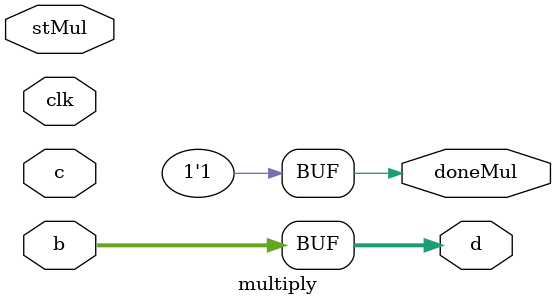
<source format=v>
`timescale 1ns / 1ps

module Adder(clk, stAdd, a, d, e, doneAdd);
input clk, stAdd;
input [7:0] a,d;
output [7:0] e;
output doneAdd;

reg [2:0] Ea, Ed, Ee;
reg [12:0] Fa, Fd, Fe; //{[11] overflow, [10:8] shift left space, [7] implied one, [6:3], original fraction, [2:0] shift right space};
reg [2:0] state=0;
reg Se,doneR;
initial begin
    doneR = 0;
    Ee = 0;
    Fe = 0;
    Se = 0;
end

assign e = {Se, Ee, Fe[10:7]};
assign doneAdd = doneR;
//state machine
// S0 load values into place
// S1 compare exponents to shift fractions and incrament exponets
// S2 add fractions
// done
always@ (posedge clk) begin
    case(state)
        2'd0 : begin
            Ea <= a[6:4];
            Ed <= d[6:4];
            Fa <= {2'b01,a[3:0],7'b0000000};
            Fd <= {2'b01,d[3:0],7'b0000000};
            if (stAdd) begin
                doneR <=0; 
                state <= 2'd1;
            end
        end
        2'd1 : begin
            if (Ea > Ed) begin
                Ed <= Ed + 1;
                Fd <= Fd >> 1;
            end
            else begin
                if (Ea < Ed) begin
                    Ea <= Ea + 1;
                    Fa <= Fa >> 1;
                end
                else 
                    state <= 2'd2;
            end
        end
        2'd2 : begin
            Ee <= Ea;
            state <= 3'd3;
            if({a[7] & d[7]}) begin
                    Fe <= Fa+Fd;
                    Se <= 1;
            end 
            else begin
                if({~a[7] & ~d[7]}) begin
                    Fe <= Fa+Fd;
                    Se <= 0;
                end 
                else begin
                    if({~a[7] & d[7]}) begin
                        if(Fa<Fd) begin
                            Fe <= Fd-Fa;
                            Se <= 1;
                        end
                        else begin
                            Fe <= Fa-Fd;
                            Se <= 0;
                        end
                    end
                    else begin
                        if(Fd<Fa) begin
                            Fe <= Fa-Fd;
                            Se <= 1;
                        end
                        else begin
                            Fe <= Fd-Fa;
                            Se <= 0;
                        end
                    end
                end
            end            
        end
        2'd3 : begin
            if (Fe[12]) begin
                Ee <= Ee+1;
                Fe <= Fe >> 1;
            end 
            else begin
                if(Fe[11] == 0) begin
                    Ee <= Ee-1;
                    Fe <= Fe << 1;
                end 
                else begin
                    doneR <=1;
                    if (~stAdd)
                        state <= 0;
                end
            end
        end             
    endcase
end

endmodule

module multiply(clk, stMul, c, b, d, doneMul);
input clk, stMul;
input [7:0] c, b;
output [7:0] d;
output doneMul;
    assign d = b;
    assign doneMul = 1;
endmodule

</source>
